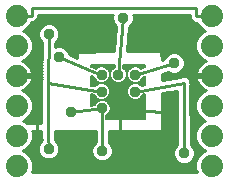
<source format=gbl>
G75*
%MOIN*%
%OFA0B0*%
%FSLAX24Y24*%
%IPPOS*%
%LPD*%
%AMOC8*
5,1,8,0,0,1.08239X$1,22.5*
%
%ADD10C,0.0740*%
%ADD11C,0.0376*%
%ADD12C,0.0100*%
%ADD13C,0.0060*%
D10*
X001500Y001000D03*
X001500Y002000D03*
X001500Y003000D03*
X001500Y004000D03*
X001500Y005000D03*
X001500Y006000D03*
X008000Y006000D03*
X008000Y005000D03*
X008000Y004000D03*
X008000Y003000D03*
X008000Y002000D03*
X008000Y001000D03*
D11*
X007083Y001406D03*
X006754Y002750D03*
X005498Y002869D03*
X004958Y002869D03*
X004358Y002908D03*
X004337Y003469D03*
X004337Y004029D03*
X004898Y004029D03*
X005458Y004029D03*
X005458Y003469D03*
X006746Y004415D03*
X005051Y005929D03*
X002911Y004623D03*
X002571Y005390D03*
X003323Y002774D03*
X002567Y001563D03*
X004354Y001498D03*
X004982Y001512D03*
D12*
X005002Y001142D01*
X002169Y001142D01*
X002169Y004000D01*
X001500Y004000D01*
X001550Y003969D02*
X002334Y003969D01*
X002335Y004067D02*
X002016Y004067D01*
X002019Y004050D02*
X002007Y004122D01*
X001982Y004200D01*
X001945Y004273D01*
X001897Y004339D01*
X001839Y004397D01*
X001773Y004445D01*
X001700Y004482D01*
X001678Y004489D01*
X001806Y004542D01*
X001958Y004694D01*
X002040Y004893D01*
X002040Y005107D01*
X001958Y005306D01*
X001806Y005458D01*
X001704Y005500D01*
X001806Y005542D01*
X001958Y005694D01*
X001993Y005780D01*
X002095Y005780D01*
X002224Y005909D01*
X002224Y006032D01*
X004706Y006032D01*
X004693Y006000D01*
X004693Y005858D01*
X004748Y005726D01*
X004809Y005665D01*
X004739Y004803D01*
X003516Y004799D01*
X003518Y004595D01*
X003264Y004708D01*
X003215Y004826D01*
X003114Y004926D01*
X002982Y004981D01*
X002840Y004981D01*
X002786Y004959D01*
X002787Y005100D01*
X002874Y005187D01*
X002929Y005319D01*
X002929Y005461D01*
X002874Y005593D01*
X002774Y005693D01*
X002642Y005748D01*
X002500Y005748D01*
X002368Y005693D01*
X002267Y005593D01*
X002213Y005461D01*
X002213Y005319D01*
X002267Y005187D01*
X002347Y005107D01*
X002332Y003848D01*
X002331Y003847D01*
X002331Y003773D01*
X002319Y003701D01*
X002330Y003686D01*
X002330Y003667D01*
X002331Y003666D01*
X002331Y002435D01*
X001829Y002435D01*
X001806Y002458D01*
X001704Y002500D01*
X001806Y002542D01*
X001958Y002694D01*
X002040Y002893D01*
X002040Y003107D01*
X001958Y003306D01*
X001806Y003458D01*
X001678Y003511D01*
X001700Y003518D01*
X001773Y003555D01*
X001839Y003603D01*
X001897Y003661D01*
X001945Y003727D01*
X001982Y003800D01*
X002007Y003878D01*
X002019Y003950D01*
X001550Y003950D01*
X001550Y004050D01*
X002019Y004050D01*
X001993Y004166D02*
X002336Y004166D01*
X002337Y004264D02*
X001949Y004264D01*
X001872Y004363D02*
X002338Y004363D01*
X002340Y004461D02*
X001740Y004461D01*
X001824Y004560D02*
X002341Y004560D01*
X002342Y004658D02*
X001922Y004658D01*
X001984Y004757D02*
X002343Y004757D01*
X002344Y004855D02*
X002025Y004855D01*
X002040Y004954D02*
X002346Y004954D01*
X002347Y005052D02*
X002040Y005052D01*
X002022Y005151D02*
X002303Y005151D01*
X002241Y005249D02*
X001981Y005249D01*
X001916Y005348D02*
X002213Y005348D01*
X002213Y005446D02*
X001817Y005446D01*
X001809Y005545D02*
X002248Y005545D01*
X002318Y005643D02*
X001907Y005643D01*
X001978Y005742D02*
X002485Y005742D01*
X002656Y005742D02*
X004741Y005742D01*
X004700Y005840D02*
X002155Y005840D01*
X002224Y005939D02*
X004693Y005939D01*
X004807Y005643D02*
X002824Y005643D01*
X002894Y005545D02*
X004799Y005545D01*
X004791Y005446D02*
X002929Y005446D01*
X002929Y005348D02*
X004783Y005348D01*
X004776Y005249D02*
X002900Y005249D01*
X002838Y005151D02*
X004768Y005151D01*
X004760Y005052D02*
X002787Y005052D01*
X003047Y004954D02*
X004752Y004954D01*
X004744Y004855D02*
X003185Y004855D01*
X003243Y004757D02*
X003516Y004757D01*
X003517Y004658D02*
X003375Y004658D01*
X002911Y004623D02*
X004078Y004107D01*
X004337Y004029D01*
X004898Y004029D02*
X005051Y005929D01*
X005409Y005939D02*
X007272Y005939D01*
X007272Y005976D02*
X007272Y005889D01*
X007276Y005886D01*
X007276Y005881D01*
X007340Y005822D01*
X007401Y005760D01*
X007406Y005760D01*
X007410Y005757D01*
X007496Y005760D01*
X007515Y005760D01*
X007542Y005694D01*
X007694Y005542D01*
X007796Y005500D01*
X007694Y005458D01*
X007542Y005306D01*
X007460Y005107D01*
X007460Y004893D01*
X007542Y004694D01*
X007694Y004542D01*
X007822Y004489D01*
X007800Y004482D01*
X007727Y004445D01*
X007661Y004397D01*
X007603Y004339D01*
X007555Y004273D01*
X007518Y004200D01*
X007493Y004122D01*
X007481Y004050D01*
X007950Y004050D01*
X007950Y003950D01*
X007481Y003950D01*
X007493Y003878D01*
X007518Y003800D01*
X007555Y003727D01*
X007603Y003661D01*
X007661Y003603D01*
X007727Y003555D01*
X007800Y003518D01*
X007822Y003511D01*
X007694Y003458D01*
X007542Y003306D01*
X007460Y003107D01*
X007460Y002893D01*
X007542Y002694D01*
X007694Y002542D01*
X007796Y002500D01*
X007694Y002458D01*
X007542Y002306D01*
X007460Y002107D01*
X007460Y001893D01*
X007542Y001694D01*
X007694Y001542D01*
X007796Y001500D01*
X007694Y001458D01*
X007542Y001306D01*
X007460Y001107D01*
X007460Y000893D01*
X007499Y000798D01*
X002000Y000795D01*
X002040Y000893D01*
X002040Y001107D01*
X001958Y001306D01*
X001806Y001458D01*
X001704Y001500D01*
X001806Y001542D01*
X001958Y001694D01*
X002040Y001893D01*
X002040Y002107D01*
X002027Y002139D01*
X002331Y002140D01*
X002331Y002079D01*
X002328Y002075D01*
X002331Y001988D01*
X002331Y001901D01*
X002334Y001898D01*
X002337Y001839D01*
X002263Y001766D01*
X002209Y001634D01*
X002209Y001492D01*
X002263Y001360D01*
X002364Y001259D01*
X002496Y001205D01*
X002638Y001205D01*
X002770Y001259D01*
X002871Y001360D01*
X002925Y001492D01*
X002925Y001634D01*
X002871Y001766D01*
X002776Y001860D01*
X002771Y001996D01*
X002771Y002140D01*
X004136Y002142D01*
X004135Y001785D01*
X004051Y001700D01*
X003996Y001569D01*
X003996Y001426D01*
X004051Y001295D01*
X004151Y001194D01*
X004283Y001140D01*
X004426Y001140D01*
X004557Y001194D01*
X004658Y001295D01*
X004712Y001426D01*
X004712Y001569D01*
X004658Y001700D01*
X004575Y001783D01*
X004576Y002143D01*
X006358Y002146D01*
X006345Y003403D01*
X006856Y003494D01*
X006863Y001691D01*
X006780Y001608D01*
X006725Y001477D01*
X006725Y001334D01*
X006780Y001203D01*
X006881Y001102D01*
X007012Y001047D01*
X007155Y001047D01*
X007286Y001102D01*
X007387Y001203D01*
X007442Y001334D01*
X007442Y001477D01*
X007387Y001608D01*
X007303Y001693D01*
X007296Y003687D01*
X007308Y003705D01*
X007296Y003776D01*
X007295Y003848D01*
X007280Y003863D01*
X007276Y003884D01*
X007217Y003925D01*
X007166Y003976D01*
X007144Y003976D01*
X007127Y003988D01*
X007056Y003976D01*
X006984Y003976D01*
X006969Y003960D01*
X006341Y003849D01*
X006338Y004063D01*
X006533Y004122D01*
X006544Y004111D01*
X006675Y004057D01*
X006818Y004057D01*
X006949Y004111D01*
X007050Y004212D01*
X007105Y004344D01*
X007105Y004486D01*
X007050Y004618D01*
X006949Y004719D01*
X006818Y004773D01*
X006675Y004773D01*
X006544Y004719D01*
X006443Y004618D01*
X006413Y004545D01*
X006334Y004521D01*
X006331Y004807D01*
X005181Y004804D01*
X005247Y005623D01*
X005254Y005626D01*
X005355Y005726D01*
X005409Y005858D01*
X005409Y006000D01*
X005396Y006032D01*
X007270Y006032D01*
X007272Y005976D01*
X007319Y005840D02*
X005402Y005840D01*
X005361Y005742D02*
X007522Y005742D01*
X007593Y005643D02*
X005272Y005643D01*
X005241Y005545D02*
X007691Y005545D01*
X007683Y005446D02*
X005233Y005446D01*
X005225Y005348D02*
X007584Y005348D01*
X007519Y005249D02*
X005217Y005249D01*
X005209Y005151D02*
X007478Y005151D01*
X007460Y005052D02*
X005201Y005052D01*
X005193Y004954D02*
X007460Y004954D01*
X007475Y004855D02*
X005185Y004855D01*
X005458Y004029D02*
X006746Y004415D01*
X007004Y004166D02*
X007507Y004166D01*
X007551Y004264D02*
X007072Y004264D01*
X007105Y004363D02*
X007628Y004363D01*
X007760Y004461D02*
X007105Y004461D01*
X007074Y004560D02*
X007676Y004560D01*
X007578Y004658D02*
X007009Y004658D01*
X006857Y004757D02*
X007516Y004757D01*
X007484Y004067D02*
X006843Y004067D01*
X006977Y003969D02*
X006339Y003969D01*
X006353Y004067D02*
X006650Y004067D01*
X006463Y003870D02*
X006340Y003870D01*
X006760Y003476D02*
X006857Y003476D01*
X006857Y003378D02*
X006346Y003378D01*
X006347Y003279D02*
X006857Y003279D01*
X006858Y003181D02*
X006348Y003181D01*
X006349Y003082D02*
X006858Y003082D01*
X006858Y002984D02*
X006350Y002984D01*
X006351Y002885D02*
X006859Y002885D01*
X006859Y002787D02*
X006352Y002787D01*
X006353Y002688D02*
X006859Y002688D01*
X006859Y002590D02*
X006354Y002590D01*
X006355Y002491D02*
X006860Y002491D01*
X006860Y002393D02*
X006356Y002393D01*
X006357Y002294D02*
X006860Y002294D01*
X006861Y002196D02*
X006358Y002196D01*
X006861Y002097D02*
X004576Y002097D01*
X004576Y001999D02*
X006861Y001999D01*
X006862Y001900D02*
X004575Y001900D01*
X004575Y001802D02*
X006862Y001802D01*
X006862Y001703D02*
X004655Y001703D01*
X004698Y001605D02*
X006778Y001605D01*
X006738Y001506D02*
X004712Y001506D01*
X004705Y001408D02*
X006725Y001408D01*
X006736Y001309D02*
X004664Y001309D01*
X004574Y001211D02*
X006776Y001211D01*
X006870Y001112D02*
X002038Y001112D01*
X001997Y001211D02*
X002481Y001211D01*
X002653Y001211D02*
X004135Y001211D01*
X004045Y001309D02*
X002820Y001309D01*
X002890Y001408D02*
X004004Y001408D01*
X003996Y001506D02*
X002925Y001506D01*
X002925Y001605D02*
X004011Y001605D01*
X004054Y001703D02*
X002896Y001703D01*
X002834Y001802D02*
X004135Y001802D01*
X004135Y001900D02*
X002775Y001900D01*
X002771Y001999D02*
X004136Y001999D01*
X004136Y002097D02*
X002771Y002097D01*
X002551Y001992D02*
X002551Y003756D01*
X004337Y003469D01*
X004358Y002908D02*
X004354Y001498D01*
X004982Y001512D02*
X004958Y002869D01*
X005498Y002869D02*
X006754Y002750D01*
X007299Y002787D02*
X007504Y002787D01*
X007548Y002688D02*
X007299Y002688D01*
X007299Y002590D02*
X007646Y002590D01*
X007775Y002491D02*
X007300Y002491D01*
X007300Y002393D02*
X007629Y002393D01*
X007537Y002294D02*
X007300Y002294D01*
X007301Y002196D02*
X007497Y002196D01*
X007460Y002097D02*
X007301Y002097D01*
X007301Y001999D02*
X007460Y001999D01*
X007460Y001900D02*
X007302Y001900D01*
X007302Y001802D02*
X007498Y001802D01*
X007538Y001703D02*
X007302Y001703D01*
X007388Y001605D02*
X007631Y001605D01*
X007781Y001506D02*
X007429Y001506D01*
X007442Y001408D02*
X007644Y001408D01*
X007546Y001309D02*
X007431Y001309D01*
X007390Y001211D02*
X007503Y001211D01*
X007462Y001112D02*
X007297Y001112D01*
X007460Y001014D02*
X002040Y001014D01*
X002040Y000915D02*
X007460Y000915D01*
X007491Y000817D02*
X002009Y000817D01*
X001954Y001309D02*
X002314Y001309D01*
X002244Y001408D02*
X001856Y001408D01*
X001719Y001506D02*
X002209Y001506D01*
X002209Y001605D02*
X001869Y001605D01*
X001962Y001703D02*
X002237Y001703D01*
X002299Y001802D02*
X002002Y001802D01*
X002040Y001900D02*
X002332Y001900D01*
X002331Y001999D02*
X002040Y001999D01*
X002040Y002097D02*
X002331Y002097D01*
X002551Y001992D02*
X002567Y001563D01*
X002331Y002491D02*
X001725Y002491D01*
X001854Y002590D02*
X002331Y002590D01*
X002331Y002688D02*
X001952Y002688D01*
X001996Y002787D02*
X002331Y002787D01*
X002331Y002885D02*
X002037Y002885D01*
X002040Y002984D02*
X002331Y002984D01*
X002331Y003082D02*
X002040Y003082D01*
X002010Y003181D02*
X002331Y003181D01*
X002331Y003279D02*
X001969Y003279D01*
X001886Y003378D02*
X002331Y003378D01*
X002331Y003476D02*
X001761Y003476D01*
X001800Y003575D02*
X002331Y003575D01*
X002330Y003673D02*
X001905Y003673D01*
X001967Y003772D02*
X002331Y003772D01*
X002333Y003870D02*
X002005Y003870D01*
X002551Y003756D02*
X002571Y005390D01*
X002004Y006000D02*
X002004Y006252D01*
X007492Y006252D01*
X007492Y005980D01*
X008000Y006000D01*
X006636Y004757D02*
X006331Y004757D01*
X006332Y004658D02*
X006483Y004658D01*
X006419Y004560D02*
X006333Y004560D01*
X007173Y003969D02*
X007950Y003969D01*
X007533Y003772D02*
X007296Y003772D01*
X007296Y003673D02*
X007595Y003673D01*
X007700Y003575D02*
X007296Y003575D01*
X007297Y003476D02*
X007739Y003476D01*
X007614Y003378D02*
X007297Y003378D01*
X007297Y003279D02*
X007531Y003279D01*
X007490Y003181D02*
X007298Y003181D01*
X007298Y003082D02*
X007460Y003082D01*
X007460Y002984D02*
X007298Y002984D01*
X007299Y002885D02*
X007463Y002885D01*
X007076Y003756D02*
X005458Y003469D01*
X004358Y002908D02*
X003323Y002774D01*
X007076Y003756D02*
X007083Y001406D01*
X007279Y003870D02*
X007495Y003870D01*
X002004Y006000D02*
X001500Y006000D01*
D13*
X003998Y004369D02*
X003998Y004296D01*
X004127Y004239D01*
X004147Y004232D01*
X004179Y004265D01*
X004282Y004307D01*
X004392Y004307D01*
X004495Y004265D01*
X004573Y004187D01*
X004615Y004084D01*
X004615Y003974D01*
X004573Y003872D01*
X004662Y003872D01*
X004740Y003793D01*
X004842Y003751D01*
X004953Y003751D01*
X005055Y003793D01*
X005133Y003872D01*
X005134Y003872D02*
X005222Y003872D01*
X005301Y003793D01*
X005403Y003751D01*
X005514Y003751D01*
X005616Y003793D01*
X005694Y003872D01*
X005798Y003872D01*
X005798Y003930D02*
X005718Y003930D01*
X005733Y003965D02*
X005694Y003872D01*
X005636Y003813D02*
X005798Y003813D01*
X005798Y003755D02*
X005523Y003755D01*
X005514Y003747D02*
X005403Y003747D01*
X005301Y003704D01*
X005222Y003626D01*
X005180Y003524D01*
X005180Y003413D01*
X005222Y003311D01*
X005301Y003233D01*
X005403Y003190D01*
X005514Y003190D01*
X005616Y003233D01*
X005694Y003311D01*
X005720Y003373D01*
X005798Y003387D01*
X005798Y002569D01*
X004497Y002569D01*
X004498Y002665D01*
X004516Y002672D01*
X004594Y002750D01*
X004636Y002853D01*
X004636Y002963D01*
X004594Y003065D01*
X004516Y003144D01*
X004414Y003186D01*
X004303Y003186D01*
X004201Y003144D01*
X004122Y003065D01*
X004102Y003016D01*
X003998Y003002D01*
X003998Y003381D01*
X004077Y003368D01*
X004101Y003311D01*
X004179Y003233D01*
X004282Y003190D01*
X004392Y003190D01*
X004495Y003233D01*
X004573Y003311D01*
X004615Y003413D01*
X004615Y003524D01*
X004573Y003626D01*
X004495Y003704D01*
X004392Y003747D01*
X004282Y003747D01*
X004179Y003704D01*
X004120Y003645D01*
X003998Y003665D01*
X003998Y003985D01*
X004029Y003976D01*
X004065Y003960D01*
X004101Y003872D01*
X003998Y003872D01*
X003998Y003930D02*
X004077Y003930D01*
X004101Y003872D02*
X004179Y003793D01*
X004282Y003751D01*
X004392Y003751D01*
X004495Y003793D01*
X004573Y003872D01*
X004597Y003930D02*
X004637Y003930D01*
X004620Y003974D02*
X004662Y003872D01*
X004720Y003813D02*
X004515Y003813D01*
X004402Y003755D02*
X004833Y003755D01*
X004962Y003755D02*
X005394Y003755D01*
X005293Y003696D02*
X004502Y003696D01*
X004561Y003638D02*
X005234Y003638D01*
X005203Y003579D02*
X004592Y003579D01*
X004615Y003521D02*
X005180Y003521D01*
X005180Y003462D02*
X004615Y003462D01*
X004611Y003404D02*
X005184Y003404D01*
X005208Y003345D02*
X004587Y003345D01*
X004549Y003287D02*
X005247Y003287D01*
X005311Y003228D02*
X004484Y003228D01*
X004452Y003170D02*
X005798Y003170D01*
X005798Y003228D02*
X005605Y003228D01*
X005670Y003287D02*
X005798Y003287D01*
X005798Y003345D02*
X005708Y003345D01*
X005798Y003111D02*
X004548Y003111D01*
X004599Y003053D02*
X005798Y003053D01*
X005798Y002994D02*
X004623Y002994D01*
X004636Y002936D02*
X005798Y002936D01*
X005798Y002877D02*
X004636Y002877D01*
X004622Y002819D02*
X005798Y002819D01*
X005798Y002760D02*
X004598Y002760D01*
X004546Y002702D02*
X005798Y002702D01*
X005798Y002643D02*
X004498Y002643D01*
X004497Y002585D02*
X005798Y002585D01*
X005671Y003649D02*
X005616Y003704D01*
X005514Y003747D01*
X005624Y003696D02*
X005798Y003696D01*
X005798Y003671D02*
X005671Y003649D01*
X005798Y003671D02*
X005798Y003985D01*
X005733Y003965D01*
X005648Y004232D02*
X005616Y004265D01*
X005514Y004307D01*
X005403Y004307D01*
X005301Y004265D01*
X005222Y004187D01*
X005180Y004084D01*
X005180Y003974D01*
X005222Y003872D01*
X005198Y003930D02*
X005158Y003930D01*
X005176Y003974D02*
X005133Y003872D01*
X005075Y003813D02*
X005281Y003813D01*
X005176Y003974D02*
X005176Y004084D01*
X005133Y004187D01*
X005057Y004263D01*
X005066Y004369D01*
X005798Y004369D01*
X005798Y004277D01*
X005648Y004232D01*
X005576Y004281D02*
X005798Y004281D01*
X005798Y004340D02*
X005063Y004340D01*
X005058Y004281D02*
X005341Y004281D01*
X005259Y004223D02*
X005097Y004223D01*
X005143Y004164D02*
X005213Y004164D01*
X005189Y004106D02*
X005167Y004106D01*
X005176Y004047D02*
X005180Y004047D01*
X005176Y003989D02*
X005180Y003989D01*
X004777Y004280D02*
X004740Y004265D01*
X004662Y004187D01*
X004620Y004084D01*
X004620Y003974D01*
X004615Y003989D02*
X004620Y003989D01*
X004615Y004047D02*
X004620Y004047D01*
X004628Y004106D02*
X004606Y004106D01*
X004582Y004164D02*
X004653Y004164D01*
X004698Y004223D02*
X004537Y004223D01*
X004455Y004281D02*
X004778Y004281D01*
X004777Y004280D02*
X004785Y004369D01*
X003998Y004369D01*
X003998Y004340D02*
X004782Y004340D01*
X004219Y004281D02*
X004030Y004281D01*
X003998Y003813D02*
X004159Y003813D01*
X004272Y003755D02*
X003998Y003755D01*
X003998Y003696D02*
X004172Y003696D01*
X004087Y003345D02*
X003998Y003345D01*
X003998Y003287D02*
X004125Y003287D01*
X004190Y003228D02*
X003998Y003228D01*
X003998Y003170D02*
X004264Y003170D01*
X004169Y003111D02*
X003998Y003111D01*
X003998Y003053D02*
X004117Y003053D01*
M02*

</source>
